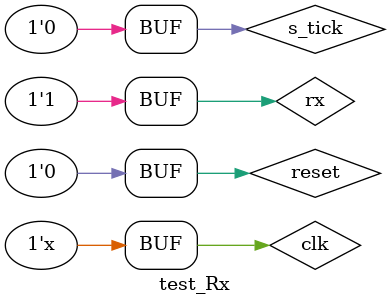
<source format=v>
`timescale 1ns / 1ps


module test_Rx;

	// Inputs
	reg clk;
	reg reset;
	reg rx;
	reg s_tick;

	// Outputs
	wire rx_done_tick;
	wire [7:0] dout;

	// Instantiate the Unit Under Test (UUT)
	Rx uut (
		.clk(clk), 
		.reset(reset), 
		.rx(rx), 
		.s_tick(s_tick), 
		.rx_done_tick(rx_done_tick), 
		.dout(dout)
	);
	
	

	initial begin
		// Initialize Inputs
		clk = 0;
		reset = 0;
		rx = 1;
		s_tick = 0;
		#10
		reset = 1;
		#100
		reset = 0;
		#100
		rx=0;
		#104000
		rx=0;
		#104000
		rx=0;
		#104000
		rx=0;
		#104000
		rx=0;
		#104000
		rx=0;
		#104000
		rx=0;
		#104000
		rx=0;
		#104000
		rx=1;
		#104000
		rx=1;


	end
   always begin
		#6480
		s_tick = 1;
		#20
		s_tick = 0;
	end
		
	always #10 clk=~clk;
	
endmodule


</source>
